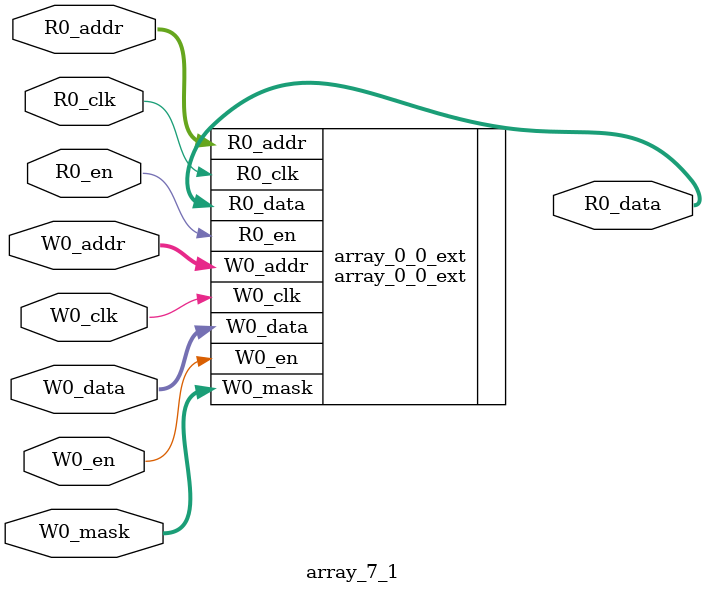
<source format=sv>
module array_7_1(	// @[generators/rocket-chip/src/main/scala/util/DescribedSRAM.scala:17:26]
  input  [7:0]   R0_addr,
  input          R0_en,
  input          R0_clk,
  output [127:0] R0_data,
  input  [7:0]   W0_addr,
  input          W0_en,
  input          W0_clk,
  input  [127:0] W0_data,
  input  [1:0]   W0_mask
);

  array_0_0_ext array_0_0_ext (	// @[generators/rocket-chip/src/main/scala/util/DescribedSRAM.scala:17:26]
    .R0_addr (R0_addr),
    .R0_en   (R0_en),
    .R0_clk  (R0_clk),
    .R0_data (R0_data),
    .W0_addr (W0_addr),
    .W0_en   (W0_en),
    .W0_clk  (W0_clk),
    .W0_data (W0_data),
    .W0_mask (W0_mask)
  );	// @[generators/rocket-chip/src/main/scala/util/DescribedSRAM.scala:17:26]
endmodule


</source>
